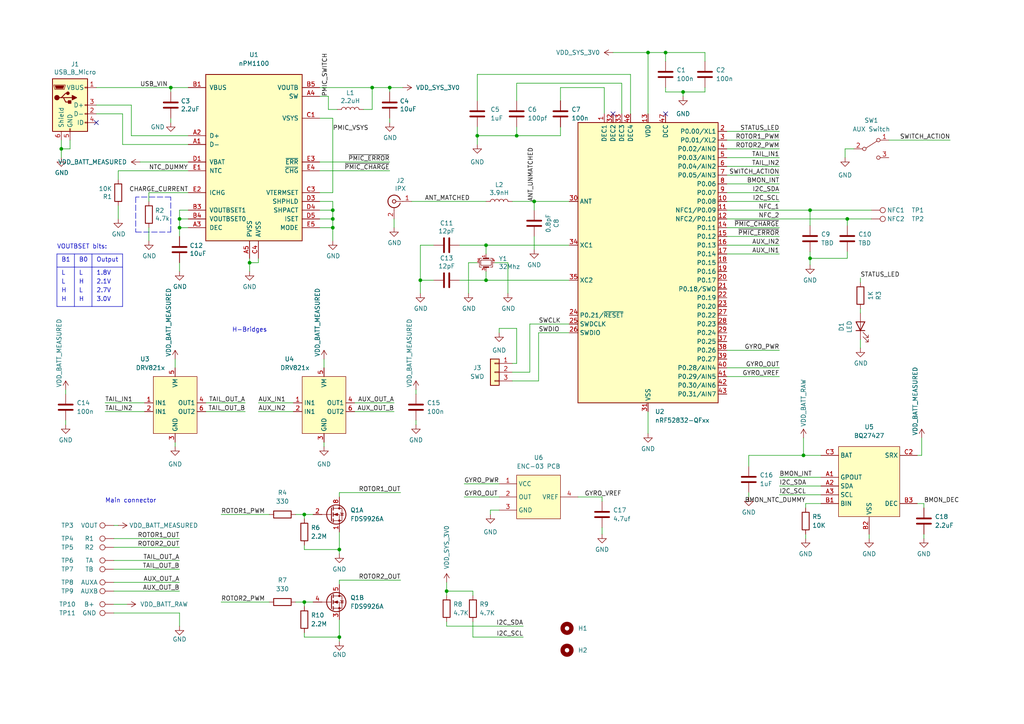
<source format=kicad_sch>
(kicad_sch (version 20211123) (generator eeschema)
  (paper "A4")
  (title_block (title "AIRMAN") (date "2023-02-11") (rev "v2.0") (company "dossalab"))
  (lib_symbols
    (symbol "Connector:Conn_Coaxial" (pin_names (offset 1.016) hide)
      (property "Reference" "J" (at 0.254 3.048 0))
      (property "Value" "Conn_Coaxial" (at 2.921 0 90))
      (symbol "Conn_Coaxial_1_1"
        (pin passive line (at -5.08 0 0) (length 2.54) (name "In") (number "1"))
        (pin passive line (at 0 -5.08 90) (length 2.54) (name "Ext") (number "2"))
      )
    )
    (symbol "Connector:TestPoint" (pin_numbers hide) (pin_names (offset 0.762) hide)
      (property "Reference" "TP" (at 0 6.858 0))
      (property "Value" "TestPoint" (at 0 5.08 0))
      (symbol "TestPoint_1_1"
        (pin passive line (at 0 0 90) (length 2.54) (name "1") (number "1"))
      )
    )
    (symbol "Connector:USB_B_Micro" (pin_names (offset 1.016))
      (property "Reference" "J" (at -5.08 11.43 0))
      (property "Value" "USB_B_Micro" (at -5.08 8.89 0))
      (symbol "USB_B_Micro_1_1"
        (pin power_out line (at 7.62 5.08 180) (length 2.54) (name "VBUS") (number "1"))
        (pin bidirectional line (at 7.62 -2.54 180) (length 2.54) (name "D-") (number "2"))
        (pin bidirectional line (at 7.62 0 180) (length 2.54) (name "D+") (number "3"))
        (pin passive line (at 7.62 -5.08 180) (length 2.54) (name "ID") (number "4"))
        (pin power_out line (at 0 -10.16 90) (length 2.54) (name "GND") (number "5"))
        (pin passive line (at -2.54 -10.16 90) (length 2.54) (name "Shield") (number "6"))
      )
    )
    (symbol "Connector_Generic:Conn_01x03" (pin_names (offset 1.016) hide)
      (property "Reference" "J" (at 0 5.08 0))
      (property "Value" "Conn_01x03" (at 0 -5.08 0))
      (symbol "Conn_01x03_1_1"
        (pin passive line (at -5.08 2.54 0) (length 3.81) (name "Pin_1") (number "1"))
        (pin passive line (at -5.08 0 0) (length 3.81) (name "Pin_2") (number "2"))
        (pin passive line (at -5.08 -2.54 0) (length 3.81) (name "Pin_3") (number "3"))
      )
    )
    (symbol "Device:C" (pin_numbers hide) (pin_names (offset 0.254))
      (property "Reference" "C" (at 0.635 2.54 0))
      (property "Value" "C" (at 0.635 -2.54 0))
      (symbol "C_1_1"
        (pin passive line (at 0 3.81 270) (length 2.794) (name "~") (number "1"))
        (pin passive line (at 0 -3.81 90) (length 2.794) (name "~") (number "2"))
      )
    )
    (symbol "Device:Crystal_GND24_Small" (pin_names (offset 1.016) hide)
      (property "Reference" "Y" (at 1.27 4.445 0))
      (property "Value" "Crystal_GND24_Small" (at 1.27 2.54 0))
      (symbol "Crystal_GND24_Small_1_1"
        (pin passive line (at -2.54 0 0) (length 1.27) (name "1") (number "1"))
        (pin passive line (at 0 -2.54 90) (length 0.635) (name "2") (number "2"))
        (pin passive line (at 2.54 0 180) (length 1.27) (name "3") (number "3"))
        (pin passive line (at 0 2.54 270) (length 0.635) (name "4") (number "4"))
      )
    )
    (symbol "Device:L" (pin_numbers hide) (pin_names (offset 1.016) hide)
      (property "Reference" "L" (at -1.27 0 90))
      (property "Value" "L" (at 1.905 0 90))
      (symbol "L_1_1"
        (pin passive line (at 0 3.81 270) (length 1.27) (name "1") (number "1"))
        (pin passive line (at 0 -3.81 90) (length 1.27) (name "2") (number "2"))
      )
    )
    (symbol "Device:LED" (pin_numbers hide) (pin_names (offset 1.016) hide)
      (property "Reference" "D" (at 0 2.54 0))
      (property "Value" "LED" (at 0 -2.54 0))
      (symbol "LED_1_1"
        (pin passive line (at -3.81 0 0) (length 2.54) (name "K") (number "1"))
        (pin passive line (at 3.81 0 180) (length 2.54) (name "A") (number "2"))
      )
    )
    (symbol "Device:R" (pin_numbers hide) (pin_names (offset 0))
      (property "Reference" "R" (at 2.032 0 90))
      (property "Value" "R" (at 0 0 90))
      (symbol "R_1_1"
        (pin passive line (at 0 3.81 270) (length 1.27) (name "~") (number "1"))
        (pin passive line (at 0 -3.81 90) (length 1.27) (name "~") (number "2"))
      )
    )
    (symbol "MCU_Nordic:nRF52832-QFxx"
      (property "Reference" "U" (at 0 1.27 0))
      (property "Value" "nRF52832-QFxx" (at 0 -1.27 0))
      (symbol "nRF52832-QFxx_1_1"
        (pin passive line (at -12.7 43.18 270) (length 2.54) (name "DEC1") (number "1"))
        (pin bidirectional line (at 22.86 17.78 180) (length 2.54) (name "P0.08") (number "10"))
        (pin bidirectional line (at 22.86 15.24 180) (length 2.54) (name "NFC1/P0.09") (number "11"))
        (pin bidirectional line (at 22.86 12.7 180) (length 2.54) (name "NFC2/P0.10") (number "12"))
        (pin power_in line (at 0 43.18 270) (length 2.54) (name "VDD") (number "13"))
        (pin bidirectional line (at 22.86 10.16 180) (length 2.54) (name "P0.11") (number "14"))
        (pin bidirectional line (at 22.86 7.62 180) (length 2.54) (name "P0.12") (number "15"))
        (pin bidirectional line (at 22.86 5.08 180) (length 2.54) (name "P0.13") (number "16"))
        (pin bidirectional line (at 22.86 2.54 180) (length 2.54) (name "P0.14") (number "17"))
        (pin bidirectional line (at 22.86 0 180) (length 2.54) (name "P0.15") (number "18"))
        (pin bidirectional line (at 22.86 -2.54 180) (length 2.54) (name "P0.16") (number "19"))
        (pin bidirectional line (at 22.86 38.1 180) (length 2.54) (name "P0.00/XL1") (number "2"))
        (pin bidirectional line (at 22.86 -5.08 180) (length 2.54) (name "P0.17") (number "20"))
        (pin bidirectional line (at 22.86 -7.62 180) (length 2.54) (name "P0.18/SWO") (number "21"))
        (pin bidirectional line (at 22.86 -10.16 180) (length 2.54) (name "P0.19") (number "22"))
        (pin bidirectional line (at 22.86 -12.7 180) (length 2.54) (name "P0.20") (number "23"))
        (pin bidirectional line (at -22.86 -15.24 0) (length 2.54) (name "P0.21/~{RESET}") (number "24"))
        (pin input line (at -22.86 -17.78 0) (length 2.54) (name "SWDCLK") (number "25"))
        (pin bidirectional line (at -22.86 -20.32 0) (length 2.54) (name "SWDIO") (number "26"))
        (pin bidirectional line (at 22.86 -15.24 180) (length 2.54) (name "P0.22") (number "27"))
        (pin bidirectional line (at 22.86 -17.78 180) (length 2.54) (name "P0.23") (number "28"))
        (pin bidirectional line (at 22.86 -20.32 180) (length 2.54) (name "P0.24") (number "29"))
        (pin bidirectional line (at 22.86 35.56 180) (length 2.54) (name "P0.01/XL2") (number "3"))
        (pin passive line (at -22.86 17.78 0) (length 2.54) (name "ANT") (number "30"))
        (pin power_in line (at 0 -43.18 90) (length 2.54) (name "VSS") (number "31"))
        (pin passive line (at -10.16 43.18 270) (length 2.54) (name "DEC2") (number "32"))
        (pin passive line (at -7.62 43.18 270) (length 2.54) (name "DEC3") (number "33"))
        (pin input line (at -22.86 5.08 0) (length 2.54) (name "XC1") (number "34"))
        (pin input line (at -22.86 -5.08 0) (length 2.54) (name "XC2") (number "35"))
        (pin passive line (at 0 43.18 270) (length 2.54) hide (name "VDD") (number "36"))
        (pin bidirectional line (at 22.86 -22.86 180) (length 2.54) (name "P0.25") (number "37"))
        (pin bidirectional line (at 22.86 -25.4 180) (length 2.54) (name "P0.26") (number "38"))
        (pin bidirectional line (at 22.86 -27.94 180) (length 2.54) (name "P0.27") (number "39"))
        (pin bidirectional line (at 22.86 33.02 180) (length 2.54) (name "P0.02/AIN0") (number "4"))
        (pin bidirectional line (at 22.86 -30.48 180) (length 2.54) (name "P0.28/AIN4") (number "40"))
        (pin bidirectional line (at 22.86 -33.02 180) (length 2.54) (name "P0.29/AIN5") (number "41"))
        (pin bidirectional line (at 22.86 -35.56 180) (length 2.54) (name "P0.30/AIN6") (number "42"))
        (pin bidirectional line (at 22.86 -38.1 180) (length 2.54) (name "P0.31/AIN7") (number "43"))
        (pin no_connect line (at -20.32 -30.48 0) (length 2.54) hide (name "NC") (number "44"))
        (pin passive line (at 0 -43.18 90) (length 2.54) hide (name "VSS") (number "45"))
        (pin passive line (at -5.08 43.18 270) (length 2.54) (name "DEC4") (number "46"))
        (pin power_out line (at 5.08 43.18 270) (length 2.54) (name "DCC") (number "47"))
        (pin passive line (at 0 43.18 270) (length 2.54) hide (name "VDD") (number "48"))
        (pin passive line (at 0 -43.18 90) (length 2.54) hide (name "VSS") (number "49"))
        (pin bidirectional line (at 22.86 30.48 180) (length 2.54) (name "P0.03/AIN1") (number "5"))
        (pin bidirectional line (at 22.86 27.94 180) (length 2.54) (name "P0.04/AIN2") (number "6"))
        (pin bidirectional line (at 22.86 25.4 180) (length 2.54) (name "P0.05/AIN3") (number "7"))
        (pin bidirectional line (at 22.86 22.86 180) (length 2.54) (name "P0.06") (number "8"))
        (pin bidirectional line (at 22.86 20.32 180) (length 2.54) (name "P0.07") (number "9"))
      )
    )
    (symbol "Mechanical:MountingHole" (pin_names (offset 1.016))
      (property "Reference" "H" (at 0 5.08 0))
      (property "Value" "MountingHole" (at 0 3.175 0))
    )
    (symbol "Switch:SW_SPDT" (pin_names (offset 0) hide)
      (property "Reference" "SW" (at 0 4.318 0))
      (property "Value" "SW_SPDT" (at 0 -5.08 0))
      (symbol "SW_SPDT_1_1"
        (pin passive line (at 5.08 2.54 180) (length 2.54) (name "A") (number "1"))
        (pin passive line (at -5.08 0 0) (length 2.54) (name "B") (number "2"))
        (pin passive line (at 5.08 -2.54 180) (length 2.54) (name "C") (number "3"))
      )
    )
    (symbol "Transistor_FET:FDS9926A" (pin_names hide)
      (property "Reference" "Q" (at 5.08 1.905 0))
      (property "Value" "FDS9926A" (at 5.08 0 0))
      (symbol "FDS9926A_1_1"
        (pin passive line (at 2.54 -5.08 90) (length 2.54) (name "S1") (number "1"))
        (pin passive line (at -5.08 0 0) (length 2.54) (name "G1") (number "2"))
        (pin passive line (at 2.54 5.08 270) (length 2.54) hide (name "D1") (number "7"))
        (pin passive line (at 2.54 5.08 270) (length 2.54) (name "D1") (number "8"))
      )
      (symbol "FDS9926A_2_1"
        (pin passive line (at 2.54 -5.08 90) (length 2.54) (name "S2") (number "3"))
        (pin passive line (at -5.08 0 0) (length 2.54) (name "G2") (number "4"))
        (pin passive line (at 2.54 5.08 270) (length 2.54) (name "D2") (number "5"))
        (pin passive line (at 2.54 5.08 270) (length 2.54) hide (name "D2") (number "6"))
      )
    )
    (symbol "bq27427:BQ27427"
      (property "Reference" "U" (at 0 0 0))
      (property "Value" "BQ27427" (at 0 -2.54 0))
      (symbol "BQ27427_1_1"
        (pin output line (at -5.08 -13.97 0) (length 5.08) (name "GPOUT") (number "A1"))
        (pin open_collector line (at -5.08 -16.51 0) (length 5.08) (name "SDA") (number "A2"))
        (pin open_collector line (at -5.08 -19.05 0) (length 5.08) (name "SCL") (number "A3"))
        (pin input line (at -5.08 -21.59 0) (length 5.08) (name "BIN") (number "B1"))
        (pin passive line (at 8.89 -30.48 90) (length 5.08) (name "VSS") (number "B2"))
        (pin power_out line (at 22.86 -21.59 180) (length 5.08) (name "DEC") (number "B3"))
        (pin passive line (at 8.89 -30.48 90) (length 5.08) hide (name "VSS") (number "C1"))
        (pin power_out line (at 22.86 -7.62 180) (length 5.08) (name "SRX") (number "C2"))
        (pin power_in line (at -5.08 -7.62 0) (length 5.08) (name "BAT") (number "C3"))
      )
    )
    (symbol "drv821x:DRV821x"
      (property "Reference" "U" (at -2.54 0 0))
      (property "Value" "DRV821x" (at 0 -2.54 0))
      (symbol "DRV821x_1_1"
        (pin input line (at 0 -11.43 0) (length 2.54) (name "IN1") (number "1"))
        (pin input line (at 0 -13.97 0) (length 2.54) (name "IN1") (number "2"))
        (pin power_in line (at 8.89 -22.86 90) (length 2.54) (name "GND") (number "3"))
        (pin power_out line (at 17.78 -11.43 180) (length 2.54) (name "OUT1") (number "4"))
        (pin power_in line (at 8.89 -1.27 270) (length 2.54) (name "VM") (number "5"))
        (pin power_out line (at 17.78 -13.97 180) (length 2.54) (name "OUT2") (number "6"))
      )
    )
    (symbol "enc-03:ENC-03 PCB"
      (property "Reference" "U" (at 0 0 0))
      (property "Value" "ENC-03 PCB" (at 0 -2.54 0))
      (symbol "ENC-03 PCB_1_1"
        (pin power_in line (at -5.08 -6.35 0) (length 5.08) (name "VCC") (number "1"))
        (pin output line (at -5.08 -10.16 0) (length 5.08) (name "OUT") (number "2"))
        (pin passive line (at -5.08 -13.97 0) (length 5.08) (name "GND") (number "3"))
        (pin output line (at 17.78 -10.16 180) (length 5.08) (name "VREF") (number "4"))
      )
    )
    (symbol "npm1100:nPM1100" (pin_names (offset 1.016))
      (property "Reference" "U" (at 11.43 1.27 0))
      (property "Value" "nPM1100" (at 12.7 -1.27 0))
      (symbol "nPM1100_1_1"
        (pin input line (at -5.08 -22.86 0) (length 5.08) (name "D-") (number "A1"))
        (pin input line (at -5.08 -20.32 0) (length 5.08) (name "D+") (number "A2"))
        (pin passive line (at -5.08 -46.99 0) (length 5.08) (name "DEC") (number "A3"))
        (pin passive line (at 33.02 -8.89 180) (length 5.08) (name "SW") (number "A4"))
        (pin passive line (at 12.7 -55.88 90) (length 5.08) (name "PVSS") (number "A5"))
        (pin power_in line (at -5.08 -6.35 0) (length 5.08) (name "VBUS") (number "B1"))
        (pin power_in line (at -5.08 -6.35 0) (length 5.08) hide (name "VBUS") (number "B2"))
        (pin input line (at -5.08 -41.91 0) (length 5.08) (name "VOUTBSET1") (number "B3"))
        (pin input line (at -5.08 -44.45 0) (length 5.08) (name "VOUTBSET0") (number "B4"))
        (pin power_out line (at 33.02 -6.35 180) (length 5.08) (name "VOUTB") (number "B5"))
        (pin power_out line (at 33.02 -15.24 180) (length 5.08) (name "VSYS") (number "C1"))
        (pin power_out line (at 33.02 -15.24 180) (length 5.08) hide (name "VSYS") (number "C2"))
        (pin input line (at 33.02 -36.83 180) (length 5.08) (name "VTERMSET") (number "C3"))
        (pin passive line (at 15.24 -55.88 90) (length 5.08) (name "AVSS") (number "C4"))
        (pin passive line (at 15.24 -55.88 90) (length 5.08) hide (name "AVSS") (number "C5"))
        (pin power_in line (at -5.08 -27.94 0) (length 5.08) (name "VBAT") (number "D1"))
        (pin power_in line (at -5.08 -27.94 0) (length 5.08) hide (name "VBAT") (number "D2"))
        (pin input line (at 33.02 -39.37 180) (length 5.08) (name "SHPHLD") (number "D3"))
        (pin input line (at 33.02 -41.91 180) (length 5.08) (name "SHPACT") (number "D4"))
        (pin input line (at 33.02 -44.45 180) (length 5.08) (name "ISET") (number "D5"))
        (pin input line (at -5.08 -30.48 0) (length 5.08) (name "NTC") (number "E1"))
        (pin input line (at -5.08 -36.83 0) (length 5.08) (name "ICHG") (number "E2"))
        (pin output line (at 33.02 -27.94 180) (length 5.08) (name "~{ERR}") (number "E3"))
        (pin output line (at 33.02 -30.48 180) (length 5.08) (name "~{CHG}") (number "E4"))
        (pin input line (at 33.02 -46.99 180) (length 5.08) (name "MODE") (number "E5"))
      )
    )
    (symbol "power:GND" (power) (pin_names (offset 0))
      (property "Value" "GND" (at 0 -3.81 0))
      (symbol "GND_1_1"
        (pin power_in line (at 0 0 270) (length 0) hide (name "GND") (number "1"))
      )
    )
    (symbol "power_local:VDD_BATT_MEASURED" (power) (pin_names (offset 0))
      (property "Value" "VDD_BATT_MEASURED" (at 11.176 0 0))
      (symbol "VDD_BATT_MEASURED_1_1"
        (pin power_in line (at 0 0 0) (length 0) hide (name "VDD_BATT_MEASURED") (number "1"))
      )
    )
    (symbol "power_local:VDD_BATT_RAW" (power) (pin_names (offset 0))
      (property "Value" "VDD_BATT_RAW" (at 11.176 0 0))
      (symbol "VDD_BATT_RAW_1_1"
        (pin power_in line (at 0 0 0) (length 0) hide (name "VDD_BATT_RAW") (number "1"))
      )
    )
    (symbol "power_local:VDD_SYS_3V0" (power) (pin_names (offset 0))
      (property "Value" "VDD_SYS_3V0" (at 11.176 0 0))
      (symbol "VDD_SYS_3V0_1_1"
        (pin power_in line (at 0 0 0) (length 0) hide (name "VDD_SYS_3V0") (number "1"))
      )
    )
  )
  (junction (at 234.95 74.93))
  (junction (at 96.52 66.04))
  (junction (at 113.03 25.4))
  (junction (at 88.265 174.625))
  (junction (at 193.04 15.24))
  (junction (at 107.95 25.4))
  (junction (at 233.045 132.08))
  (junction (at 187.96 15.24))
  (junction (at 140.97 81.28))
  (junction (at 140.97 71.12))
  (junction (at 121.92 81.28))
  (junction (at 96.52 63.5))
  (junction (at 129.54 171.45))
  (junction (at 245.745 63.5))
  (junction (at 138.43 39.37))
  (junction (at 72.39 76.2))
  (junction (at 234.95 60.96))
  (junction (at 98.425 184.785))
  (junction (at 96.52 60.96))
  (junction (at 52.07 66.04))
  (junction (at 52.07 63.5))
  (junction (at 49.53 25.4))
  (junction (at 154.94 58.42))
  (junction (at 17.78 43.18))
  (junction (at 98.425 159.385))
  (junction (at 88.265 149.225))
  (junction (at 149.86 39.37))
  (junction (at 198.12 26.67))
  (no_connect (at 193.04 33.02))
  (no_connect (at 177.8 33.02))
  (no_connect (at 27.94 35.56))
  (wire (pts (xy 257.81 40.64) (xy 275.59 40.64)))
  (wire (pts (xy 266.065 146.05) (xy 267.97 146.05)))
  (wire (pts (xy 30.48 119.38) (xy 41.91 119.38)))
  (wire (pts (xy 27.94 30.48) (xy 38.1 30.48)))
  (wire (pts (xy 88.265 174.625) (xy 88.265 175.895)))
  (wire (pts (xy 49.53 26.67) (xy 49.53 25.4)))
  (polyline (pts (xy 49.53 57.15) (xy 39.37 57.15)))
  (wire (pts (xy 210.82 38.1) (xy 226.06 38.1)))
  (wire (pts (xy 92.71 55.88) (xy 96.52 55.88)))
  (wire (pts (xy 245.745 63.5) (xy 245.745 65.405)))
  (wire (pts (xy 233.68 154.94) (xy 233.68 156.21)))
  (wire (pts (xy 102.87 116.84) (xy 114.3 116.84)))
  (wire (pts (xy 30.48 116.84) (xy 41.91 116.84)))
  (wire (pts (xy 177.8 15.24) (xy 187.96 15.24)))
  (wire (pts (xy 210.82 68.58) (xy 226.06 68.58)))
  (wire (pts (xy 210.82 60.96) (xy 234.95 60.96)))
  (polyline (pts (xy 16.51 88.9) (xy 35.56 88.9)) (stroke (width 0) (type solid)))
  (wire (pts (xy 98.425 142.875) (xy 116.205 142.875)))
  (wire (pts (xy 98.425 184.785) (xy 98.425 186.055)))
  (wire (pts (xy 38.1 30.48) (xy 38.1 39.37)))
  (wire (pts (xy 204.47 26.67) (xy 198.12 26.67)))
  (wire (pts (xy 85.725 174.625) (xy 88.265 174.625)))
  (wire (pts (xy 180.34 24.13) (xy 180.34 33.02)))
  (wire (pts (xy 92.71 49.53) (xy 113.03 49.53)))
  (wire (pts (xy 33.02 162.56) (xy 52.07 162.56)))
  (wire (pts (xy 98.425 168.275) (xy 116.205 168.275)))
  (wire (pts (xy 50.8 104.14) (xy 50.8 106.68)))
  (wire (pts (xy 249.555 81.915) (xy 249.555 80.645)))
  (wire (pts (xy 33.02 175.26) (xy 36.83 175.26)))
  (wire (pts (xy 226.06 140.97) (xy 238.125 140.97)))
  (wire (pts (xy 210.82 109.22) (xy 226.06 109.22)))
  (wire (pts (xy 120.65 113.03) (xy 120.65 114.3)))
  (wire (pts (xy 93.98 104.14) (xy 93.98 106.68)))
  (wire (pts (xy 267.97 154.94) (xy 267.97 156.21)))
  (wire (pts (xy 96.52 58.42) (xy 92.71 58.42)))
  (wire (pts (xy 198.12 26.67) (xy 198.12 27.94)))
  (wire (pts (xy 88.265 149.225) (xy 88.265 150.495)))
  (wire (pts (xy 98.425 144.145) (xy 98.425 142.875)))
  (wire (pts (xy 149.86 105.41) (xy 149.86 95.25)))
  (wire (pts (xy 92.71 66.04) (xy 96.52 66.04)))
  (wire (pts (xy 140.97 71.12) (xy 140.97 73.66)))
  (wire (pts (xy 234.95 74.93) (xy 234.95 76.835)))
  (wire (pts (xy 27.94 25.4) (xy 49.53 25.4)))
  (wire (pts (xy 49.53 35.56) (xy 49.53 34.29)))
  (wire (pts (xy 113.03 35.56) (xy 113.03 34.29)))
  (polyline (pts (xy 16.51 77.47) (xy 35.56 77.47)) (stroke (width 0) (type solid)))
  (polyline (pts (xy 35.56 73.66) (xy 16.51 73.66)) (stroke (width 0) (type solid)))
  (wire (pts (xy 182.88 21.59) (xy 182.88 33.02)))
  (wire (pts (xy 210.82 43.18) (xy 226.06 43.18)))
  (wire (pts (xy 49.53 25.4) (xy 54.61 25.4)))
  (wire (pts (xy 149.86 39.37) (xy 149.86 36.83)))
  (wire (pts (xy 107.95 31.75) (xy 107.95 25.4)))
  (wire (pts (xy 121.92 71.12) (xy 121.92 81.28)))
  (wire (pts (xy 210.82 45.72) (xy 226.06 45.72)))
  (wire (pts (xy 148.59 110.49) (xy 156.21 110.49)))
  (wire (pts (xy 138.43 29.21) (xy 138.43 21.59)))
  (wire (pts (xy 233.045 127) (xy 233.045 132.08)))
  (wire (pts (xy 52.07 68.58) (xy 52.07 66.04)))
  (wire (pts (xy 90.805 174.625) (xy 88.265 174.625)))
  (wire (pts (xy 72.39 76.2) (xy 72.39 78.74)))
  (wire (pts (xy 43.18 55.88) (xy 54.61 55.88)))
  (wire (pts (xy 204.47 25.4) (xy 204.47 26.67)))
  (wire (pts (xy 54.61 66.04) (xy 52.07 66.04)))
  (wire (pts (xy 210.82 73.66) (xy 226.06 73.66)))
  (wire (pts (xy 40.64 46.99) (xy 54.61 46.99)))
  (wire (pts (xy 88.265 158.115) (xy 88.265 159.385)))
  (wire (pts (xy 193.04 25.4) (xy 193.04 26.67)))
  (wire (pts (xy 234.95 60.96) (xy 234.95 65.405)))
  (wire (pts (xy 138.43 21.59) (xy 182.88 21.59)))
  (wire (pts (xy 147.32 76.2) (xy 143.51 76.2)))
  (wire (pts (xy 210.82 101.6) (xy 226.06 101.6)))
  (wire (pts (xy 267.97 147.32) (xy 267.97 146.05)))
  (wire (pts (xy 33.02 177.8) (xy 52.07 177.8)))
  (polyline (pts (xy 35.56 88.9) (xy 35.56 73.66)) (stroke (width 0) (type solid)))
  (wire (pts (xy 19.05 113.03) (xy 19.05 114.3)))
  (wire (pts (xy 93.98 128.27) (xy 93.98 129.54)))
  (wire (pts (xy 153.67 107.95) (xy 148.59 107.95)))
  (wire (pts (xy 119.38 58.42) (xy 140.97 58.42)))
  (wire (pts (xy 162.56 25.4) (xy 162.56 29.21)))
  (wire (pts (xy 144.78 147.955) (xy 142.24 147.955)))
  (wire (pts (xy 133.35 71.12) (xy 140.97 71.12)))
  (wire (pts (xy 138.43 39.37) (xy 149.86 39.37)))
  (wire (pts (xy 33.02 156.21) (xy 52.07 156.21)))
  (wire (pts (xy 125.73 71.12) (xy 121.92 71.12)))
  (wire (pts (xy 92.71 63.5) (xy 96.52 63.5)))
  (wire (pts (xy 245.11 43.18) (xy 247.65 43.18)))
  (wire (pts (xy 120.65 121.92) (xy 120.65 123.19)))
  (wire (pts (xy 92.71 27.94) (xy 95.25 27.94)))
  (wire (pts (xy 90.805 149.225) (xy 88.265 149.225)))
  (wire (pts (xy 121.92 85.09) (xy 121.92 81.28)))
  (wire (pts (xy 96.52 60.96) (xy 96.52 58.42)))
  (wire (pts (xy 92.71 34.29) (xy 96.52 34.29)))
  (wire (pts (xy 233.045 132.08) (xy 238.125 132.08)))
  (wire (pts (xy 153.67 93.98) (xy 165.1 93.98)))
  (wire (pts (xy 234.95 73.025) (xy 234.95 74.93)))
  (wire (pts (xy 210.82 55.88) (xy 226.06 55.88)))
  (wire (pts (xy 96.52 69.85) (xy 96.52 66.04)))
  (wire (pts (xy 98.425 179.705) (xy 98.425 184.785)))
  (wire (pts (xy 138.43 39.37) (xy 138.43 41.91)))
  (polyline (pts (xy 16.51 73.66) (xy 16.51 88.9)) (stroke (width 0) (type solid)))
  (wire (pts (xy 74.93 116.84) (xy 85.09 116.84)))
  (wire (pts (xy 52.07 177.8) (xy 52.07 181.61)))
  (wire (pts (xy 187.96 15.24) (xy 187.96 33.02)))
  (wire (pts (xy 92.71 46.99) (xy 113.03 46.99)))
  (wire (pts (xy 233.68 147.32) (xy 233.68 146.05)))
  (wire (pts (xy 217.17 132.08) (xy 233.045 132.08)))
  (wire (pts (xy 156.21 96.52) (xy 165.1 96.52)))
  (wire (pts (xy 98.425 154.305) (xy 98.425 159.385)))
  (wire (pts (xy 19.05 121.92) (xy 19.05 123.19)))
  (wire (pts (xy 35.56 41.91) (xy 35.56 33.02)))
  (wire (pts (xy 267.335 127) (xy 267.335 132.08)))
  (wire (pts (xy 33.02 165.1) (xy 52.07 165.1)))
  (wire (pts (xy 64.135 149.225) (xy 78.105 149.225)))
  (wire (pts (xy 33.02 168.91) (xy 52.07 168.91)))
  (wire (pts (xy 34.29 49.53) (xy 54.61 49.53)))
  (wire (pts (xy 88.265 183.515) (xy 88.265 184.785)))
  (wire (pts (xy 72.39 74.93) (xy 72.39 76.2)))
  (wire (pts (xy 137.16 172.72) (xy 137.16 171.45)))
  (wire (pts (xy 217.17 142.875) (xy 217.17 144.145)))
  (wire (pts (xy 144.78 95.25) (xy 144.78 96.52)))
  (wire (pts (xy 114.3 66.04) (xy 114.3 63.5)))
  (wire (pts (xy 156.21 110.49) (xy 156.21 96.52)))
  (wire (pts (xy 59.69 119.38) (xy 71.12 119.38)))
  (wire (pts (xy 88.265 159.385) (xy 98.425 159.385)))
  (wire (pts (xy 198.12 26.67) (xy 193.04 26.67)))
  (wire (pts (xy 43.18 69.85) (xy 43.18 66.04)))
  (wire (pts (xy 210.82 71.12) (xy 226.06 71.12)))
  (wire (pts (xy 74.93 119.38) (xy 85.09 119.38)))
  (wire (pts (xy 85.725 149.225) (xy 88.265 149.225)))
  (wire (pts (xy 135.89 76.2) (xy 138.43 76.2)))
  (wire (pts (xy 129.54 181.61) (xy 151.765 181.61)))
  (wire (pts (xy 154.94 68.58) (xy 154.94 72.39)))
  (wire (pts (xy 162.56 36.83) (xy 162.56 39.37)))
  (wire (pts (xy 142.24 147.955) (xy 142.24 149.225)))
  (wire (pts (xy 140.97 78.74) (xy 140.97 81.28)))
  (wire (pts (xy 88.265 184.785) (xy 98.425 184.785)))
  (wire (pts (xy 226.06 143.51) (xy 238.125 143.51)))
  (wire (pts (xy 137.16 184.785) (xy 151.765 184.785)))
  (wire (pts (xy 154.94 58.42) (xy 165.1 58.42)))
  (wire (pts (xy 96.52 66.04) (xy 96.52 63.5)))
  (wire (pts (xy 249.555 100.965) (xy 249.555 98.425)))
  (wire (pts (xy 133.35 81.28) (xy 140.97 81.28)))
  (wire (pts (xy 210.82 66.04) (xy 226.06 66.04)))
  (wire (pts (xy 148.59 58.42) (xy 154.94 58.42)))
  (wire (pts (xy 140.97 81.28) (xy 165.1 81.28)))
  (wire (pts (xy 102.87 119.38) (xy 114.3 119.38)))
  (wire (pts (xy 33.02 171.45) (xy 52.07 171.45)))
  (wire (pts (xy 64.135 174.625) (xy 78.105 174.625)))
  (wire (pts (xy 204.47 17.78) (xy 204.47 15.24)))
  (wire (pts (xy 137.16 184.785) (xy 137.16 180.34)))
  (wire (pts (xy 193.04 15.24) (xy 204.47 15.24)))
  (wire (pts (xy 92.71 25.4) (xy 107.95 25.4)))
  (wire (pts (xy 149.86 29.21) (xy 149.86 24.13)))
  (wire (pts (xy 96.52 63.5) (xy 96.52 60.96)))
  (wire (pts (xy 97.79 31.75) (xy 95.25 31.75)))
  (polyline (pts (xy 21.59 73.66) (xy 21.59 88.9)) (stroke (width 0) (type solid)))
  (wire (pts (xy 17.78 45.72) (xy 17.78 43.18)))
  (wire (pts (xy 33.02 152.4) (xy 34.29 152.4)))
  (wire (pts (xy 226.06 48.26) (xy 210.82 48.26)))
  (wire (pts (xy 149.86 95.25) (xy 144.78 95.25)))
  (wire (pts (xy 113.03 26.67) (xy 113.03 25.4)))
  (wire (pts (xy 245.745 63.5) (xy 252.73 63.5)))
  (wire (pts (xy 193.04 17.78) (xy 193.04 15.24)))
  (wire (pts (xy 54.61 63.5) (xy 52.07 63.5)))
  (wire (pts (xy 174.625 145.415) (xy 174.625 144.145)))
  (wire (pts (xy 149.86 24.13) (xy 180.34 24.13)))
  (wire (pts (xy 233.68 146.05) (xy 238.125 146.05)))
  (wire (pts (xy 267.335 132.08) (xy 266.065 132.08)))
  (wire (pts (xy 234.95 60.96) (xy 252.73 60.96)))
  (wire (pts (xy 50.8 128.27) (xy 50.8 129.54)))
  (wire (pts (xy 74.93 76.2) (xy 72.39 76.2)))
  (wire (pts (xy 20.32 40.64) (xy 20.32 43.18)))
  (polyline (pts (xy 26.67 73.66) (xy 26.67 88.9)) (stroke (width 0) (type solid)))
  (wire (pts (xy 107.95 25.4) (xy 113.03 25.4)))
  (wire (pts (xy 129.54 181.61) (xy 129.54 180.34)))
  (wire (pts (xy 98.425 159.385) (xy 98.425 160.655)))
  (wire (pts (xy 134.62 140.335) (xy 144.78 140.335)))
  (wire (pts (xy 137.16 171.45) (xy 129.54 171.45)))
  (wire (pts (xy 210.82 40.64) (xy 226.06 40.64)))
  (wire (pts (xy 17.78 43.18) (xy 17.78 40.64)))
  (wire (pts (xy 35.56 33.02) (xy 27.94 33.02)))
  (wire (pts (xy 162.56 39.37) (xy 149.86 39.37)))
  (wire (pts (xy 154.94 60.96) (xy 154.94 58.42)))
  (wire (pts (xy 92.71 60.96) (xy 96.52 60.96)))
  (wire (pts (xy 54.61 60.96) (xy 52.07 60.96)))
  (wire (pts (xy 95.25 31.75) (xy 95.25 27.94)))
  (wire (pts (xy 35.56 41.91) (xy 54.61 41.91)))
  (wire (pts (xy 252.095 154.94) (xy 252.095 156.21)))
  (wire (pts (xy 52.07 78.74) (xy 52.07 76.2)))
  (wire (pts (xy 245.11 45.72) (xy 245.11 43.18)))
  (polyline (pts (xy 49.53 67.31) (xy 49.53 57.15)))
  (wire (pts (xy 174.625 153.035) (xy 174.625 154.94)))
  (wire (pts (xy 96.52 55.88) (xy 96.52 34.29)))
  (wire (pts (xy 134.62 144.145) (xy 144.78 144.145)))
  (wire (pts (xy 175.26 25.4) (xy 162.56 25.4)))
  (wire (pts (xy 98.425 169.545) (xy 98.425 168.275)))
  (wire (pts (xy 245.745 74.93) (xy 234.95 74.93)))
  (wire (pts (xy 34.29 52.07) (xy 34.29 49.53)))
  (wire (pts (xy 135.89 85.09) (xy 135.89 76.2)))
  (wire (pts (xy 245.745 73.025) (xy 245.745 74.93)))
  (wire (pts (xy 113.03 25.4) (xy 116.84 25.4)))
  (wire (pts (xy 105.41 31.75) (xy 107.95 31.75)))
  (wire (pts (xy 226.06 50.8) (xy 210.82 50.8)))
  (wire (pts (xy 210.82 106.68) (xy 226.06 106.68)))
  (wire (pts (xy 43.18 58.42) (xy 43.18 55.88)))
  (wire (pts (xy 147.32 85.09) (xy 147.32 76.2)))
  (wire (pts (xy 217.17 135.255) (xy 217.17 132.08)))
  (polyline (pts (xy 39.37 57.15) (xy 39.37 67.31)))
  (wire (pts (xy 238.125 138.43) (xy 226.06 138.43)))
  (wire (pts (xy 121.92 81.28) (xy 125.73 81.28)))
  (wire (pts (xy 33.02 158.75) (xy 52.07 158.75)))
  (polyline (pts (xy 39.37 67.31) (xy 49.53 67.31)))
  (wire (pts (xy 210.82 58.42) (xy 226.06 58.42)))
  (wire (pts (xy 175.26 33.02) (xy 175.26 25.4)))
  (wire (pts (xy 140.97 71.12) (xy 165.1 71.12)))
  (wire (pts (xy 210.82 63.5) (xy 245.745 63.5)))
  (wire (pts (xy 249.555 90.805) (xy 249.555 89.535)))
  (wire (pts (xy 148.59 105.41) (xy 149.86 105.41)))
  (wire (pts (xy 174.625 144.145) (xy 167.64 144.145)))
  (wire (pts (xy 52.07 63.5) (xy 52.07 60.96)))
  (wire (pts (xy 138.43 36.83) (xy 138.43 39.37)))
  (wire (pts (xy 193.04 15.24) (xy 187.96 15.24)))
  (wire (pts (xy 20.32 43.18) (xy 17.78 43.18)))
  (wire (pts (xy 52.07 66.04) (xy 52.07 63.5)))
  (wire (pts (xy 210.82 53.34) (xy 226.06 53.34)))
  (wire (pts (xy 129.54 168.91) (xy 129.54 171.45)))
  (wire (pts (xy 59.69 116.84) (xy 71.12 116.84)))
  (wire (pts (xy 187.96 119.38) (xy 187.96 125.73)))
  (wire (pts (xy 129.54 171.45) (xy 129.54 172.72)))
  (wire (pts (xy 38.1 39.37) (xy 54.61 39.37)))
  (wire (pts (xy 153.67 107.95) (xy 153.67 93.98)))
  (wire (pts (xy 74.93 74.93) (xy 74.93 76.2)))
  (wire (pts (xy 34.29 63.5) (xy 34.29 59.69)))
  (text "H" (at 17.78 85.09 0) (effects (font (size 1.27 1.27)) (justify left bottom)))
  (text "B1\n" (at 17.78 76.2 0) (effects (font (size 1.27 1.27)) (justify left bottom)))
  (text "Output\n" (at 27.94 76.2 0) (effects (font (size 1.27 1.27)) (justify left bottom)))
  (text "2.1V" (at 27.94 82.55 0) (effects (font (size 1.27 1.27)) (justify left bottom)))
  (text "L" (at 22.86 85.09 0) (effects (font (size 1.27 1.27)) (justify left bottom)))
  (text "VOUTBSET bits:" (at 16.51 72.39 0) (effects (font (size 1.27 1.27)) (justify left bottom)))
  (text "L" (at 17.78 82.55 0) (effects (font (size 1.27 1.27)) (justify left bottom)))
  (text "Main connector" (at 30.48 146.05 0) (effects (font (size 1.27 1.27)) (justify left bottom)))
  (text "L" (at 17.78 80.01 0) (effects (font (size 1.27 1.27)) (justify left bottom)))
  (text "H-Bridges" (at 67.31 96.52 0) (effects (font (size 1.27 1.27)) (justify left bottom)))
  (text "H" (at 22.86 87.63 0) (effects (font (size 1.27 1.27)) (justify left bottom)))
  (text "2.7V" (at 27.94 85.09 0) (effects (font (size 1.27 1.27)) (justify left bottom)))
  (text "H\n" (at 22.86 82.55 0) (effects (font (size 1.27 1.27)) (justify left bottom)))
  (text "3.0V" (at 27.94 87.63 0) (effects (font (size 1.27 1.27)) (justify left bottom)))
  (text "B0" (at 22.86 76.2 0) (effects (font (size 1.27 1.27)) (justify left bottom)))
  (text "1.8V" (at 27.94 80.01 0) (effects (font (size 1.27 1.27)) (justify left bottom)))
  (text "H" (at 17.78 87.63 0) (effects (font (size 1.27 1.27)) (justify left bottom)))
  (text "L" (at 22.86 80.01 0) (effects (font (size 1.27 1.27)) (justify left bottom)))
  (label "ROTOR2_OUT" (at 116.205 168.275 180))
  (label "NFC_1" (at 226.06 60.96 180))
  (label "AUX_IN2" (at 226.06 71.12 180))
  (label "TAIL_IN1" (at 226.06 45.72 180))
  (label "TAIL_OUT_A" (at 71.12 116.84 180))
  (label "AUX_IN1" (at 226.06 73.66 180))
  (label "~{PMIC_CHARGE}" (at 226.06 66.04 180))
  (label "ANT_UNMATCHED" (at 154.94 58.42 90))
  (label "CHARGE_CURRENT" (at 54.61 55.88 180))
  (label "SWDIO" (at 156.21 96.52 0))
  (label "STATUS_LED" (at 226.06 38.1 180))
  (label "I2C_SDA" (at 226.06 55.88 180))
  (label "TAIL_OUT_B" (at 52.07 165.1 180))
  (label "TAIL_OUT_B" (at 71.12 119.38 180))
  (label "I2C_SCL" (at 151.765 184.785 180))
  (label "USB_VIN" (at 40.64 25.4 0))
  (label "ANT_MATCHED" (at 123.19 58.42 0))
  (label "AUX_IN2" (at 74.93 119.38 0))
  (label "BMON_INT" (at 226.06 53.34 180))
  (label "NTC_DUMMY" (at 43.18 49.53 0))
  (label "I2C_SDA" (at 226.06 140.97 0))
  (label "NFC_2" (at 226.06 63.5 180))
  (label "GYRO_PWR" (at 134.62 140.335 0))
  (label "SWCLK" (at 156.21 93.98 0))
  (label "ROTOR1_OUT" (at 116.205 142.875 180))
  (label "GYRO_VREF" (at 169.545 144.145 0))
  (label "ROTOR1_PWM" (at 226.06 40.64 180))
  (label "AUX_OUT_A" (at 114.3 116.84 180))
  (label "GYRO_OUT" (at 226.06 106.68 180))
  (label "SWITCH_ACTION" (at 275.59 40.64 180))
  (label "STATUS_LED" (at 249.555 80.645 0))
  (label "~{PMIC_CHARGE}" (at 113.03 49.53 180))
  (label "ROTOR2_PWM" (at 226.06 43.18 180))
  (label "AUX_OUT_B" (at 114.3 119.38 180))
  (label "TAIL_OUT_A" (at 52.07 162.56 180))
  (label "BMON_INT" (at 226.06 138.43 0))
  (label "I2C_SDA" (at 151.765 181.61 180))
  (label "GYRO_VREF" (at 226.06 109.22 180))
  (label "ROTOR1_PWM" (at 64.135 149.225 0))
  (label "SWITCH_ACTION" (at 226.06 50.8 180))
  (label "GYRO_PWR" (at 226.06 101.6 180))
  (label "ROTOR1_OUT" (at 52.07 156.21 180))
  (label "I2C_SCL" (at 226.06 58.42 180))
  (label "TAIL_IN1" (at 30.48 116.84 0))
  (label "PMIC_VSYS" (at 96.52 38.1 0))
  (label "AUX_IN1" (at 74.93 116.84 0))
  (label "GYRO_OUT" (at 134.62 144.145 0))
  (label "TAIL_IN2" (at 226.06 48.26 180))
  (label "I2C_SCL" (at 226.06 143.51 0))
  (label "TAIL_IN2" (at 30.48 119.38 0))
  (label "ROTOR2_PWM" (at 64.135 174.625 0))
  (label "~{PMIC_ERROR}" (at 226.06 68.58 180))
  (label "~{PMIC_ERROR}" (at 113.03 46.99 180))
  (label "AUX_OUT_B" (at 52.07 171.45 180))
  (label "ROTOR2_OUT" (at 52.07 158.75 180))
  (label "BMON_NTC_DUMMY" (at 233.68 146.05 180))
  (label "PMIC_SWITCH" (at 95.25 27.94 90))
  (label "AUX_OUT_A" (at 52.07 168.91 180))
  (label "BMON_DEC" (at 267.97 146.05 0))
  (symbol (lib_id "Device:C") (at 19.05 118.11 0) (unit 1)
    (property "Reference" "C14" (at 22.225 116.8399 0) (effects (justify left)))
    (property "Value" "100n" (at 22.225 119.3799 0) (effects (justify left)))
    (property "Footprint" "Capacitor_SMD:C_0603_1608Metric" (effects hide))
  )
  (symbol (lib_id "power:GND") (at 234.95 76.835 0) (unit 1)
    (property "Reference" "#PWR015" (effects hide))
    (property "Value" "GND" (at 234.95 81.28 0))
  )
  (symbol (lib_id "power:GND") (at 120.65 123.19 0) (unit 1)
    (property "Reference" "#PWR028" (effects hide))
    (property "Value" "GND" (at 120.65 127.635 0))
  )
  (symbol (lib_id "power_local:VDD_BATT_MEASURED") (at 34.29 152.4 0) (unit 1)
    (property "Reference" "#PWR036" (effects hide))
    (property "Value" "VDD_BATT_MEASURED" (at 37.465 152.4 0) (effects (justify left)))
  )
  (symbol (lib_id "MCU_Nordic:nRF52832-QFxx") (at 187.96 76.2 0) (unit 1)
    (property "Reference" "U2" (at 189.9794 119.38 0) (effects (justify left)))
    (property "Value" "nRF52832-QFxx" (at 189.9794 121.92 0) (effects (justify left)))
    (property "Footprint" "Package_DFN_QFN:QFN-48-1EP_6x6mm_P0.4mm_EP4.6x4.6mm" (effects hide))
    (property "Datasheet" "http://infocenter.nordicsemi.com/pdf/nRF52832_PS_v1.4.pdf" (effects hide))
  )
  (symbol (lib_id "Device:R") (at 249.555 85.725 0) (unit 1)
    (property "Reference" "R3" (at 254.8128 85.725 90))
    (property "Value" "1K" (at 252.5014 85.725 90))
    (property "Footprint" "Resistor_SMD:R_0603_1608Metric" (effects hide))
  )
  (symbol (lib_id "power_local:VDD_BATT_MEASURED") (at 93.98 104.14 90) (unit 1)
    (property "Reference" "#PWR024" (effects hide))
    (property "Value" "VDD_BATT_MEASURED" (at 92.075 103.505 0) (effects (justify left)))
  )
  (symbol (lib_id "power_local:VDD_BATT_MEASURED") (at 120.65 113.03 90) (unit 1)
    (property "Reference" "#PWR026" (effects hide))
    (property "Value" "VDD_BATT_MEASURED" (at 118.745 112.395 0) (effects (justify left)))
  )
  (symbol (lib_id "power:GND") (at 245.11 45.72 0) (unit 1)
    (property "Reference" "#PWR08" (effects hide))
    (property "Value" "GND" (at 245.11 50.8 0))
  )
  (symbol (lib_id "power_local:VDD_SYS_3V0") (at 177.8 15.24 180) (unit 1)
    (property "Reference" "#PWR01" (effects hide))
    (property "Value" "VDD_SYS_3V0" (at 167.64 15.24 0))
  )
  (symbol (lib_id "power:GND") (at 174.625 154.94 0) (unit 1)
    (property "Reference" "#PWR037" (effects hide))
    (property "Value" "GND" (at 174.625 159.385 0))
  )
  (symbol (lib_id "Device:C") (at 174.625 149.225 0) (unit 1)
    (property "Reference" "C17" (at 177.8 147.9549 0) (effects (justify left)))
    (property "Value" "4.7uf" (at 177.8 150.4949 0) (effects (justify left)))
    (property "Footprint" "Capacitor_SMD:C_0603_1608Metric" (effects hide))
  )
  (symbol (lib_id "power:GND") (at 52.07 78.74 0) (unit 1)
    (property "Reference" "#PWR016" (effects hide))
    (property "Value" "GND" (at 52.197 83.1342 0))
  )
  (symbol (lib_id "power:GND") (at 233.68 156.21 0) (unit 1)
    (property "Reference" "#PWR038" (effects hide))
    (property "Value" "GND" (at 233.68 160.655 0))
  )
  (symbol (lib_id "Device:R") (at 88.265 179.705 0) (unit 1)
    (property "Reference" "R10" (at 90.17 178.4349 0) (effects (justify left)))
    (property "Value" "2.2M" (at 90.17 180.9749 0) (effects (justify left)))
    (property "Footprint" "Resistor_SMD:R_0603_1608Metric" (effects hide))
  )
  (symbol (lib_id "power:GND") (at 144.78 96.52 0) (unit 1)
    (property "Reference" "#PWR021" (effects hide))
    (property "Value" "GND" (at 144.78 101.6 0))
  )
  (symbol (lib_id "Connector:TestPoint") (at 33.02 177.8 90) (unit 1)
    (property "Reference" "TP11" (at 19.558 177.8 90))
    (property "Value" "GND" (at 25.908 177.8 90))
    (property "Footprint" "TestPoint:TestPoint_THTPad_D1.0mm_Drill0.5mm" (effects hide))
  )
  (symbol (lib_id "Device:R") (at 81.915 149.225 90) (unit 1)
    (property "Reference" "R4" (at 81.915 142.875 90))
    (property "Value" "330" (at 81.915 145.415 90))
    (property "Footprint" "Resistor_SMD:R_0603_1608Metric" (effects hide))
  )
  (symbol (lib_id "Device:C") (at 234.95 69.215 0) (unit 1)
    (property "Reference" "C9" (at 238.125 67.9449 0) (effects (justify left)))
    (property "Value" "TBD" (at 238.125 70.4849 0) (effects (justify left)))
    (property "Footprint" "Capacitor_SMD:C_0603_1608Metric" (effects hide))
  )
  (symbol (lib_id "power:GND") (at 249.555 100.965 0) (unit 1)
    (property "Reference" "#PWR022" (effects hide))
    (property "Value" "GND" (at 249.682 105.3592 0))
  )
  (symbol (lib_id "Device:R") (at 129.54 176.53 0) (unit 1)
    (property "Reference" "R8" (at 131.445 175.2599 0) (effects (justify left)))
    (property "Value" "4.7K" (at 131.445 177.7999 0) (effects (justify left)))
    (property "Footprint" "Resistor_SMD:R_0603_1608Metric" (effects hide))
  )
  (symbol (lib_id "power_local:VDD_BATT_MEASURED") (at 50.8 104.14 90) (unit 1)
    (property "Reference" "#PWR023" (effects hide))
    (property "Value" "VDD_BATT_MEASURED" (at 48.895 103.505 0) (effects (justify left)))
  )
  (symbol (lib_id "power:GND") (at 50.8 129.54 0) (unit 1)
    (property "Reference" "#PWR032" (effects hide))
    (property "Value" "GND" (at 50.8 134.62 0))
  )
  (symbol (lib_id "Transistor_FET:FDS9926A") (at 95.885 149.225 0) (unit 1)
    (property "Reference" "Q1" (at 101.6 147.9549 0) (effects (justify left)))
    (property "Value" "FDS9926A" (at 101.6 150.4949 0) (effects (justify left)))
    (property "Footprint" "Package_SO:SOIC-8_3.9x4.9mm_P1.27mm" (effects hide))
    (property "Datasheet" "https://www.onsemi.com/pub/Collateral/FDS9926A-D.pdf" (effects hide))
  )
  (symbol (lib_id "power:GND") (at 17.78 45.72 0) (unit 1)
    (property "Reference" "#PWR07" (effects hide))
    (property "Value" "GND" (at 17.907 50.1142 0))
  )
  (symbol (lib_id "Device:Crystal_GND24_Small") (at 140.97 76.2 270) (unit 1)
    (property "Reference" "Y1" (at 144.6276 75.0316 90) (effects (justify left)))
    (property "Value" "32Mhz" (at 144.6276 77.343 90) (effects (justify left)))
    (property "Footprint" "Crystal:Crystal_SMD_2520-4Pin_2.5x2.0mm" (effects hide))
  )
  (symbol (lib_id "Device:R") (at 233.68 151.13 0) (unit 1)
    (property "Reference" "R5" (at 235.585 149.8599 0) (effects (justify left)))
    (property "Value" "10K" (at 235.585 152.3999 0) (effects (justify left)))
    (property "Footprint" "Resistor_SMD:R_0603_1608Metric" (effects hide))
  )
  (symbol (lib_id "power:GND") (at 121.92 85.09 0) (unit 1)
    (property "Reference" "#PWR018" (effects hide))
    (property "Value" "GND" (at 122.047 89.4842 0))
  )
  (symbol (lib_id "Device:L") (at 144.78 58.42 90) (unit 1)
    (property "Reference" "L2" (at 144.78 53.594 90))
    (property "Value" "3.9nH" (at 144.78 55.9054 90))
    (property "Footprint" "Inductor_SMD:L_0603_1608Metric" (effects hide))
  )
  (symbol (lib_id "Connector:USB_B_Micro") (at 20.32 30.48 0) (unit 1)
    (property "Reference" "J1" (at 21.7678 18.6182 0))
    (property "Value" "USB_B_Micro" (at 21.7678 20.9296 0))
    (property "Footprint" "Connector_USB:USB_Micro-B_Wuerth_629105150521" (effects hide))
  )
  (symbol (lib_id "Connector:Conn_Coaxial") (at 114.3 58.42 0) (mirror y) (unit 1)
    (property "Reference" "J2" (at 116.1288 52.3748 0))
    (property "Value" "IPX" (at 116.1288 54.6862 0))
    (property "Footprint" "Connector_Coaxial:U.FL_Hirose_U.FL-R-SMT-1_Vertical" (effects hide))
    (property "Datasheet" " ~" (effects hide))
  )
  (symbol (lib_id "Connector:TestPoint") (at 252.73 60.96 270) (unit 1)
    (property "Reference" "TP1" (at 266.192 60.96 90))
    (property "Value" "NFC1" (at 259.842 60.96 90))
    (property "Footprint" "TestPoint:TestPoint_THTPad_D1.0mm_Drill0.5mm" (effects hide))
  )
  (symbol (lib_id "power:GND") (at 49.53 35.56 0) (unit 1)
    (property "Reference" "#PWR04" (effects hide))
    (property "Value" "GND" (at 45.72 36.83 0))
  )
  (symbol (lib_id "power:GND") (at 114.3 66.04 0) (unit 1)
    (property "Reference" "#PWR011" (effects hide))
    (property "Value" "GND" (at 114.427 70.4342 0))
  )
  (symbol (lib_id "Device:R") (at 81.915 174.625 90) (unit 1)
    (property "Reference" "R7" (at 81.915 168.275 90))
    (property "Value" "330" (at 81.915 170.815 90))
    (property "Footprint" "Resistor_SMD:R_0603_1608Metric" (effects hide))
  )
  (symbol (lib_id "Device:C") (at 129.54 81.28 270) (unit 1)
    (property "Reference" "C13" (at 129.54 74.8792 90))
    (property "Value" "12pF" (at 129.54 77.1906 90))
    (property "Footprint" "Capacitor_SMD:C_0603_1608Metric" (effects hide))
  )
  (symbol (lib_id "power:GND") (at 96.52 69.85 0) (unit 1)
    (property "Reference" "#PWR013" (effects hide))
    (property "Value" "GND" (at 96.647 74.2442 0))
  )
  (symbol (lib_id "power:GND") (at 34.29 63.5 0) (unit 1)
    (property "Reference" "#PWR010" (effects hide))
    (property "Value" "GND" (at 34.417 67.8942 0))
  )
  (symbol (lib_id "Connector:TestPoint") (at 33.02 175.26 90) (unit 1)
    (property "Reference" "TP10" (at 19.558 175.26 90))
    (property "Value" "B+" (at 25.908 175.26 90))
    (property "Footprint" "TestPoint:TestPoint_THTPad_D1.0mm_Drill0.5mm" (effects hide))
  )
  (symbol (lib_id "power:GND") (at 154.94 72.39 0) (unit 1)
    (property "Reference" "#PWR014" (effects hide))
    (property "Value" "GND" (at 154.94 76.835 0))
  )
  (symbol (lib_id "bq27427:BQ27427") (at 243.205 124.46 0) (unit 1)
    (property "Reference" "U5" (at 252.095 123.825 0))
    (property "Value" "BQ27427" (at 252.095 126.365 0))
    (property "Footprint" "TI_WLCSP-9:BGA-9_3x3_1.6x1.6mm" (effects hide))
  )
  (symbol (lib_id "Device:LED") (at 249.555 94.615 90) (unit 1)
    (property "Reference" "D1" (at 244.0432 94.7928 0))
    (property "Value" "LED" (at 246.3546 94.7928 0))
    (property "Footprint" "LED_SMD:LED_0603_1608Metric" (effects hide))
  )
  (symbol (lib_id "Device:C") (at 162.56 33.02 0) (unit 1)
    (property "Reference" "C7" (at 165.735 31.7499 0) (effects (justify left)))
    (property "Value" "100n" (at 165.735 34.2899 0) (effects (justify left)))
    (property "Footprint" "Capacitor_SMD:C_0603_1608Metric" (effects hide))
  )
  (symbol (lib_id "power:GND") (at 187.96 125.73 0) (unit 1)
    (property "Reference" "#PWR029" (effects hide))
    (property "Value" "GND" (at 187.96 130.175 0))
  )
  (symbol (lib_id "power:GND") (at 252.095 156.21 0) (unit 1)
    (property "Reference" "#PWR039" (effects hide))
    (property "Value" "GND" (at 252.095 160.655 0))
  )
  (symbol (lib_id "drv821x:DRV821x") (at 85.09 105.41 0) (unit 1)
    (property "Reference" "U4" (at 82.55 104.14 0) (effects (justify left)))
    (property "Value" "DRV821x" (at 81.28 106.68 0) (effects (justify left)))
    (property "Footprint" "Package_TO_SOT_SMD:SOT-563" (effects hide))
  )
  (symbol (lib_id "Connector:TestPoint") (at 252.73 63.5 270) (unit 1)
    (property "Reference" "TP2" (at 266.192 63.5 90))
    (property "Value" "NFC2" (at 259.842 63.5 90))
    (property "Footprint" "TestPoint:TestPoint_THTPad_D1.0mm_Drill0.5mm" (effects hide))
  )
  (symbol (lib_id "Connector:TestPoint") (at 33.02 165.1 90) (unit 1)
    (property "Reference" "TP7" (at 19.558 165.1 90))
    (property "Value" "TB" (at 25.908 165.1 90))
    (property "Footprint" "TestPoint:TestPoint_THTPad_D1.0mm_Drill0.5mm" (effects hide))
  )
  (symbol (lib_id "Switch:SW_SPDT") (at 252.73 43.18 0) (unit 1)
    (property "Reference" "SW1" (at 252.73 34.925 0))
    (property "Value" "AUX Switch" (at 252.73 37.465 0))
    (property "Footprint" "Button_Switch_SMD:SW_SPDT_PCM12" (effects hide))
  )
  (symbol (lib_id "Device:R") (at 137.16 176.53 0) (unit 1)
    (property "Reference" "R9" (at 139.065 175.2599 0) (effects (justify left)))
    (property "Value" "4.7K" (at 139.065 177.7999 0) (effects (justify left)))
    (property "Footprint" "Resistor_SMD:R_0603_1608Metric" (effects hide))
  )
  (symbol (lib_id "power:GND") (at 113.03 35.56 0) (unit 1)
    (property "Reference" "#PWR05" (effects hide))
    (property "Value" "GND" (at 113.157 39.9542 0))
  )
  (symbol (lib_id "Device:R") (at 88.265 154.305 0) (unit 1)
    (property "Reference" "R6" (at 90.17 153.0349 0) (effects (justify left)))
    (property "Value" "2.2M" (at 90.17 155.5749 0) (effects (justify left)))
    (property "Footprint" "Resistor_SMD:R_0603_1608Metric" (effects hide))
  )
  (symbol (lib_id "Device:R") (at 43.18 62.23 0) (unit 1)
    (property "Reference" "R2" (at 44.958 61.0616 0) (effects (justify left)))
    (property "Value" "4.7k" (at 44.958 63.373 0) (effects (justify left)))
    (property "Footprint" "Resistor_SMD:R_0603_1608Metric" (effects hide))
  )
  (symbol (lib_id "Device:C") (at 245.745 69.215 0) (unit 1)
    (property "Reference" "C10" (at 248.92 67.9449 0) (effects (justify left)))
    (property "Value" "TBD" (at 248.92 70.4849 0) (effects (justify left)))
    (property "Footprint" "Capacitor_SMD:C_0603_1608Metric" (effects hide))
  )
  (symbol (lib_id "power_local:VDD_BATT_RAW") (at 36.83 175.26 0) (unit 1)
    (property "Reference" "#PWR043" (effects hide))
    (property "Value" "VDD_BATT_RAW" (at 40.64 175.26 0) (effects (justify left)))
  )
  (symbol (lib_id "power:GND") (at 147.32 85.09 0) (unit 1)
    (property "Reference" "#PWR020" (effects hide))
    (property "Value" "GND" (at 147.447 89.4842 0))
  )
  (symbol (lib_id "Connector:TestPoint") (at 33.02 158.75 90) (unit 1)
    (property "Reference" "TP5" (at 19.558 158.75 90))
    (property "Value" "R2" (at 25.908 158.75 90))
    (property "Footprint" "TestPoint:TestPoint_THTPad_D1.0mm_Drill0.5mm" (effects hide))
  )
  (symbol (lib_id "Device:C") (at 217.17 139.065 0) (unit 1)
    (property "Reference" "C16" (at 220.345 137.7949 0) (effects (justify left)))
    (property "Value" "1uF" (at 220.345 140.3349 0) (effects (justify left)))
    (property "Footprint" "Capacitor_SMD:C_0603_1608Metric" (effects hide))
  )
  (symbol (lib_id "Device:C") (at 149.86 33.02 0) (unit 1)
    (property "Reference" "C6" (at 153.035 31.7499 0) (effects (justify left)))
    (property "Value" "100pf" (at 153.035 34.2899 0) (effects (justify left)))
    (property "Footprint" "Capacitor_SMD:C_0603_1608Metric" (effects hide))
  )
  (symbol (lib_id "power:GND") (at 267.97 156.21 0) (unit 1)
    (property "Reference" "#PWR040" (effects hide))
    (property "Value" "GND" (at 267.97 160.655 0))
  )
  (symbol (lib_id "Device:L") (at 101.6 31.75 90) (unit 1)
    (property "Reference" "L1" (at 101.6 26.924 90))
    (property "Value" "2.2uH" (at 101.6 29.2354 90))
    (property "Footprint" "Inductor_SMD:L_0805_2012Metric" (effects hide))
  )
  (symbol (lib_id "Device:C") (at 129.54 71.12 270) (unit 1)
    (property "Reference" "C11" (at 129.54 64.7192 90))
    (property "Value" "12pF" (at 129.54 67.0306 90))
    (property "Footprint" "Capacitor_SMD:C_0603_1608Metric" (effects hide))
  )
  (symbol (lib_id "power:GND") (at 72.39 78.74 0) (unit 1)
    (property "Reference" "#PWR017" (effects hide))
    (property "Value" "GND" (at 72.39 83.185 0))
  )
  (symbol (lib_id "Device:C") (at 120.65 118.11 0) (unit 1)
    (property "Reference" "C15" (at 123.825 116.8399 0) (effects (justify left)))
    (property "Value" "100n" (at 123.825 119.3799 0) (effects (justify left)))
    (property "Footprint" "Capacitor_SMD:C_0603_1608Metric" (effects hide))
  )
  (symbol (lib_id "power:GND") (at 198.12 27.94 0) (unit 1)
    (property "Reference" "#PWR03" (effects hide))
    (property "Value" "GND" (at 198.12 33.02 0))
  )
  (symbol (lib_id "power_local:VDD_BATT_RAW") (at 233.045 127 90) (unit 1)
    (property "Reference" "#PWR030" (effects hide))
    (property "Value" "VDD_BATT_RAW" (at 233.045 123.825 0) (effects (justify left)))
  )
  (symbol (lib_id "Connector:TestPoint") (at 33.02 152.4 90) (unit 1)
    (property "Reference" "TP3" (at 19.558 152.4 90))
    (property "Value" "VOUT" (at 25.908 152.4 90))
    (property "Footprint" "TestPoint:TestPoint_THTPad_D1.0mm_Drill0.5mm" (effects hide))
  )
  (symbol (lib_id "Device:C") (at 49.53 30.48 0) (unit 1)
    (property "Reference" "C3" (at 52.451 29.3116 0) (effects (justify left)))
    (property "Value" "2.2uF" (at 52.451 31.623 0) (effects (justify left)))
    (property "Footprint" "Capacitor_SMD:C_0603_1608Metric" (effects hide))
  )
  (symbol (lib_id "Connector:TestPoint") (at 33.02 168.91 90) (unit 1)
    (property "Reference" "TP8" (at 19.558 168.91 90))
    (property "Value" "AUXA" (at 25.908 168.91 90))
    (property "Footprint" "TestPoint:TestPoint_THTPad_D1.0mm_Drill0.5mm" (effects hide))
  )
  (symbol (lib_id "power_local:VDD_BATT_MEASURED") (at 19.05 113.03 90) (unit 1)
    (property "Reference" "#PWR025" (effects hide))
    (property "Value" "VDD_BATT_MEASURED" (at 17.145 112.395 0) (effects (justify left)))
  )
  (symbol (lib_id "power:GND") (at 43.18 69.85 0) (unit 1)
    (property "Reference" "#PWR012" (effects hide))
    (property "Value" "GND" (at 43.307 74.2442 0))
  )
  (symbol (lib_id "power:GND") (at 98.425 186.055 0) (unit 1)
    (property "Reference" "#PWR045" (effects hide))
    (property "Value" "GND" (at 98.425 189.865 0))
  )
  (symbol (lib_id "Connector:TestPoint") (at 33.02 156.21 90) (unit 1)
    (property "Reference" "TP4" (at 19.558 156.21 90))
    (property "Value" "R1" (at 25.908 156.21 90))
    (property "Footprint" "TestPoint:TestPoint_THTPad_D1.0mm_Drill0.5mm" (effects hide))
  )
  (symbol (lib_id "power:GND") (at 19.05 123.19 0) (unit 1)
    (property "Reference" "#PWR027" (effects hide))
    (property "Value" "GND" (at 19.05 127.635 0))
  )
  (symbol (lib_id "Mechanical:MountingHole") (at 164.465 182.245 0) (unit 1)
    (property "Reference" "H1" (at 167.64 182.2449 0) (effects (justify left)))
    (property "Value" "MountingHole" (effects hide))
    (property "Footprint" "Holes:MountingHole_1.6mm" (effects hide))
  )
  (symbol (lib_id "npm1100:nPM1100") (at 59.69 19.05 0) (unit 1)
    (property "Reference" "U1" (at 73.66 15.875 0))
    (property "Value" "nPM1100" (at 73.66 18.415 0))
    (property "Footprint" "Nordic_WLCSP-25:Nordic_WLCSP-25_5x5_2.075x2.075mm" (effects hide))
  )
  (symbol (lib_id "power:GND") (at 217.17 144.145 0) (unit 1)
    (property "Reference" "#PWR034" (effects hide))
    (property "Value" "GND" (at 217.17 148.59 0))
  )
  (symbol (lib_id "power:GND") (at 142.24 149.225 0) (unit 1)
    (property "Reference" "#PWR035" (effects hide))
    (property "Value" "GND" (at 142.24 154.305 0))
  )
  (symbol (lib_id "Device:R") (at 34.29 55.88 180) (unit 1)
    (property "Reference" "R1" (at 32.512 57.0484 0) (effects (justify left)))
    (property "Value" "10K" (at 32.512 54.737 0) (effects (justify left)))
    (property "Footprint" "Resistor_SMD:R_0603_1608Metric" (effects hide))
  )
  (symbol (lib_id "Connector_Generic:Conn_01x03") (at 143.51 107.95 0) (mirror y) (unit 1)
    (property "Reference" "J3" (at 138.43 106.68 0))
    (property "Value" "SWD" (at 138.43 109.22 0))
    (property "Footprint" "Connector_PinHeader_1.27mm:PinHeader_1x03_P1.27mm_Vertical" (effects hide))
  )
  (symbol (lib_id "Mechanical:MountingHole") (at 164.465 188.595 0) (unit 1)
    (property "Reference" "H2" (at 167.64 188.5949 0) (effects (justify left)))
    (property "Value" "MountingHole" (effects hide))
    (property "Footprint" "Holes:MountingHole_1.6mm" (effects hide))
  )
  (symbol (lib_id "Device:C") (at 267.97 151.13 0) (unit 1)
    (property "Reference" "C18" (at 271.145 149.8599 0) (effects (justify left)))
    (property "Value" "2.2uF" (at 271.145 152.3999 0) (effects (justify left)))
    (property "Footprint" "Capacitor_SMD:C_0603_1608Metric" (effects hide))
  )
  (symbol (lib_id "power:GND") (at 98.425 160.655 0) (unit 1)
    (property "Reference" "#PWR041" (effects hide))
    (property "Value" "GND" (at 98.425 165.1 0))
  )
  (symbol (lib_id "power_local:VDD_SYS_3V0") (at 129.54 168.91 90) (unit 1)
    (property "Reference" "#PWR042" (effects hide))
    (property "Value" "VDD_SYS_3V0" (at 129.54 158.75 0))
  )
  (symbol (lib_id "Device:C") (at 138.43 33.02 0) (unit 1)
    (property "Reference" "C5" (at 142.24 31.7499 0) (effects (justify left)))
    (property "Value" "1uF" (at 142.24 34.2899 0) (effects (justify left)))
    (property "Footprint" "Capacitor_SMD:C_0603_1608Metric" (effects hide))
  )
  (symbol (lib_id "power:GND") (at 138.43 41.91 0) (unit 1)
    (property "Reference" "#PWR06" (effects hide))
    (property "Value" "GND" (at 138.43 46.99 0))
  )
  (symbol (lib_id "drv821x:DRV821x") (at 41.91 105.41 0) (unit 1)
    (property "Reference" "U3" (at 40.64 104.14 0) (effects (justify left)))
    (property "Value" "DRV821x" (at 39.37 106.68 0) (effects (justify left)))
    (property "Footprint" "Package_TO_SOT_SMD:SOT-563" (effects hide))
  )
  (symbol (lib_id "power_local:VDD_BATT_MEASURED") (at 267.335 127 90) (unit 1)
    (property "Reference" "#PWR031" (effects hide))
    (property "Value" "VDD_BATT_MEASURED" (at 265.43 126.365 0) (effects (justify left)))
  )
  (symbol (lib_id "Device:C") (at 52.07 72.39 0) (unit 1)
    (property "Reference" "C12" (at 54.991 71.2216 0) (effects (justify left)))
    (property "Value" "10uF" (at 54.991 73.533 0) (effects (justify left)))
    (property "Footprint" "Capacitor_SMD:C_0603_1608Metric" (effects hide))
  )
  (symbol (lib_id "power_local:VDD_SYS_3V0") (at 116.84 25.4 0) (unit 1)
    (property "Reference" "#PWR02" (effects hide))
    (property "Value" "VDD_SYS_3V0" (at 127 25.4 0))
  )
  (symbol (lib_id "power:GND") (at 52.07 181.61 0) (unit 1)
    (property "Reference" "#PWR044" (effects hide))
    (property "Value" "GND" (at 52.07 185.42 0))
  )
  (symbol (lib_id "Device:C") (at 193.04 21.59 0) (unit 1)
    (property "Reference" "C1" (at 196.215 20.3199 0) (effects (justify left)))
    (property "Value" "100n" (at 196.215 22.8599 0) (effects (justify left)))
    (property "Footprint" "Capacitor_SMD:C_0603_1608Metric" (effects hide))
  )
  (symbol (lib_id "Connector:TestPoint") (at 33.02 162.56 90) (unit 1)
    (property "Reference" "TP6" (at 19.558 162.56 90))
    (property "Value" "TA" (at 25.908 162.56 90))
    (property "Footprint" "TestPoint:TestPoint_THTPad_D1.0mm_Drill0.5mm" (effects hide))
  )
  (symbol (lib_id "Device:C") (at 204.47 21.59 0) (unit 1)
    (property "Reference" "C2" (at 207.645 20.3199 0) (effects (justify left)))
    (property "Value" "100n" (at 207.645 22.8599 0) (effects (justify left)))
    (property "Footprint" "Capacitor_SMD:C_0603_1608Metric" (effects hide))
  )
  (symbol (lib_id "Device:C") (at 113.03 30.48 0) (unit 1)
    (property "Reference" "C4" (at 115.951 29.3116 0) (effects (justify left)))
    (property "Value" "10uF" (at 115.951 31.623 0) (effects (justify left)))
    (property "Footprint" "Capacitor_SMD:C_0603_1608Metric" (effects hide))
  )
  (symbol (lib_id "Connector:TestPoint") (at 33.02 171.45 90) (unit 1)
    (property "Reference" "TP9" (at 19.558 171.45 90))
    (property "Value" "AUXB" (at 25.908 171.45 90))
    (property "Footprint" "TestPoint:TestPoint_THTPad_D1.0mm_Drill0.5mm" (effects hide))
  )
  (symbol (lib_id "enc-03:ENC-03 PCB") (at 149.86 133.985 0) (unit 1)
    (property "Reference" "U6" (at 156.21 132.715 0))
    (property "Value" "ENC-03 PCB" (at 156.21 135.255 0))
    (property "Footprint" "ENC-03_PCB:ENC-03 PCB" (effects hide))
  )
  (symbol (lib_id "power_local:VDD_BATT_MEASURED") (at 40.64 46.99 180) (unit 1)
    (property "Reference" "#PWR09" (effects hide))
    (property "Value" "VDD_BATT_MEASURED" (at 36.83 46.99 0) (effects (justify left)))
  )
  (symbol (lib_id "power:GND") (at 93.98 129.54 0) (unit 1)
    (property "Reference" "#PWR033" (effects hide))
    (property "Value" "GND" (at 93.98 134.62 0))
  )
  (symbol (lib_id "Device:C") (at 154.94 64.77 180) (unit 1)
    (property "Reference" "C8" (at 161.3408 64.77 90))
    (property "Value" "0.8pF" (at 159.0294 64.77 90))
    (property "Footprint" "Capacitor_SMD:C_0603_1608Metric" (effects hide))
  )
  (symbol (lib_id "Transistor_FET:FDS9926A") (at 95.885 174.625 0) (unit 2)
    (property "Reference" "Q1" (at 101.6 173.3549 0) (effects (justify left)))
    (property "Value" "FDS9926A" (at 101.6 175.8949 0) (effects (justify left)))
    (property "Footprint" "Package_SO:SOIC-8_3.9x4.9mm_P1.27mm" (effects hide))
    (property "Datasheet" "https://www.onsemi.com/pub/Collateral/FDS9926A-D.pdf" (effects hide))
  )
  (symbol (lib_id "power:GND") (at 135.89 85.09 0) (unit 1)
    (property "Reference" "#PWR019" (effects hide))
    (property "Value" "GND" (at 136.017 89.4842 0))
  )
)
</source>
